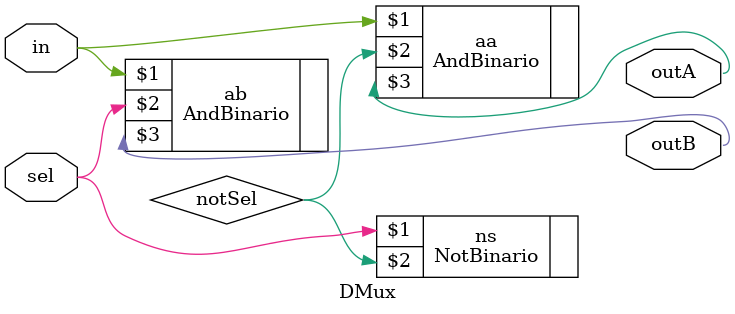
<source format=v>
module DMux(in,sel,outA,outB);
	input in;
	input sel;
	output outA;
	output outB;

	NotBinario ns(sel,notSel);
	AndBinario aa(in,notSel,outA);
	AndBinario ab(in,sel,outB);
endmodule
	

</source>
